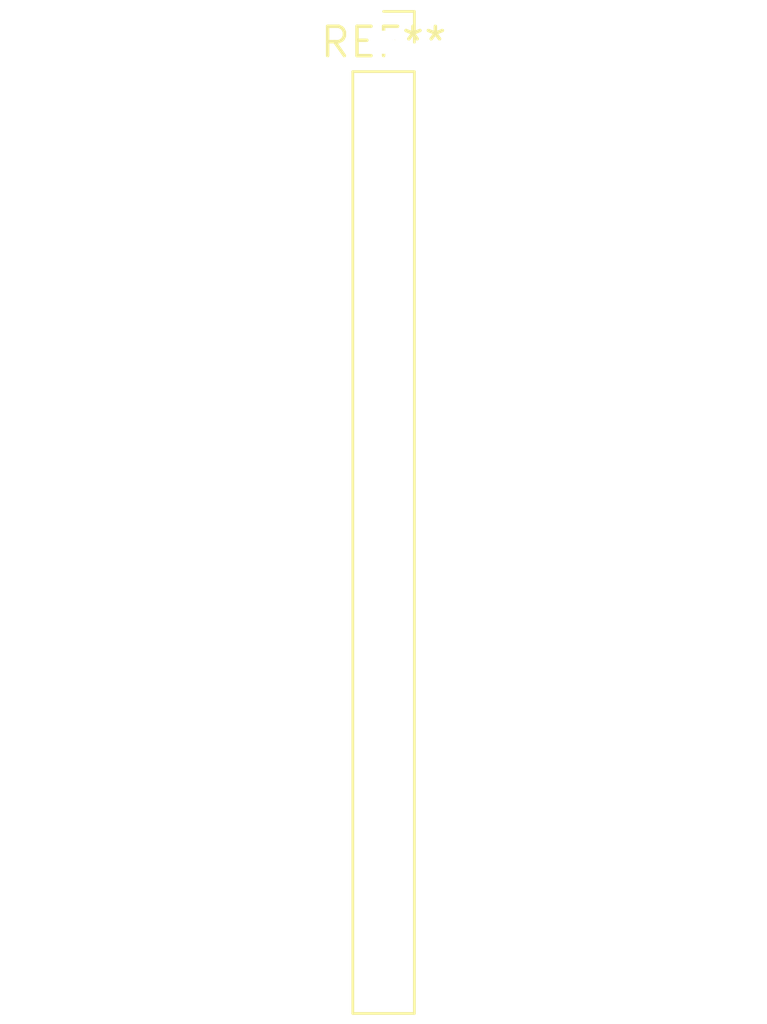
<source format=kicad_pcb>
(kicad_pcb (version 20240108) (generator pcbnew)
  (layers (0 "F.Cu" signal) (31 "B.Cu" signal) (34 "B.Paste" user) (35 "F.Paste" user) (36 "B.SilkS" user "B.Silkscreen") (37 "F.SilkS" user "F.Silkscreen") (38 "B.Mask" user) (39 "F.Mask" user) (44 "Edge.Cuts" user))
  (net 0 "")
  (footprint "PinSocket_1x17_P2.54mm_Vertical" (layer "F.Cu") (at 0 0)
    (property "Reference" "REF**")
    (property "Value" "PinSocket_1x17_P2.54mm_Vertical")
    (fp_line (start -1.33 1.27) (end -1.33 41.97) (layer "F.SilkS") (stroke (width 0.12)))
    (fp_line (start -1.33 1.27) (end 1.33 1.27) (layer "F.SilkS") (stroke (width 0.12)))
    (fp_line (start -1.33 41.97) (end 1.33 41.97) (layer "F.SilkS") (stroke (width 0.12)))
    (fp_line (start 0 -1.33) (end 1.33 -1.33) (layer "F.SilkS") (stroke (width 0.12)))
    (fp_line (start 1.33 -1.33) (end 1.33 0) (layer "F.SilkS") (stroke (width 0.12)))
    (fp_line (start 1.33 1.27) (end 1.33 41.97) (layer "F.SilkS") (stroke (width 0.12)))
    (pad "1" thru_hole rect (at 0 0) (size 1.7 1.7) (drill 1) (layers *.Cu *.Mask) (remove_unused_layers))
    (pad "2" thru_hole oval (at 0 2.54) (size 1.7 1.7) (drill 1) (layers *.Cu *.Mask) (remove_unused_layers))
    (pad "3" thru_hole oval (at 0 5.08) (size 1.7 1.7) (drill 1) (layers *.Cu *.Mask) (remove_unused_layers))
    (pad "4" thru_hole oval (at 0 7.62) (size 1.7 1.7) (drill 1) (layers *.Cu *.Mask) (remove_unused_layers))
    (pad "5" thru_hole oval (at 0 10.16) (size 1.7 1.7) (drill 1) (layers *.Cu *.Mask) (remove_unused_layers))
    (pad "6" thru_hole oval (at 0 12.7) (size 1.7 1.7) (drill 1) (layers *.Cu *.Mask) (remove_unused_layers))
    (pad "7" thru_hole oval (at 0 15.24) (size 1.7 1.7) (drill 1) (layers *.Cu *.Mask) (remove_unused_layers))
    (pad "8" thru_hole oval (at 0 17.78) (size 1.7 1.7) (drill 1) (layers *.Cu *.Mask) (remove_unused_layers))
    (pad "9" thru_hole oval (at 0 20.32) (size 1.7 1.7) (drill 1) (layers *.Cu *.Mask) (remove_unused_layers))
    (pad "10" thru_hole oval (at 0 22.86) (size 1.7 1.7) (drill 1) (layers *.Cu *.Mask) (remove_unused_layers))
    (pad "11" thru_hole oval (at 0 25.4) (size 1.7 1.7) (drill 1) (layers *.Cu *.Mask) (remove_unused_layers))
    (pad "12" thru_hole oval (at 0 27.94) (size 1.7 1.7) (drill 1) (layers *.Cu *.Mask) (remove_unused_layers))
    (pad "13" thru_hole oval (at 0 30.48) (size 1.7 1.7) (drill 1) (layers *.Cu *.Mask) (remove_unused_layers))
    (pad "14" thru_hole oval (at 0 33.02) (size 1.7 1.7) (drill 1) (layers *.Cu *.Mask) (remove_unused_layers))
    (pad "15" thru_hole oval (at 0 35.56) (size 1.7 1.7) (drill 1) (layers *.Cu *.Mask) (remove_unused_layers))
    (pad "16" thru_hole oval (at 0 38.1) (size 1.7 1.7) (drill 1) (layers *.Cu *.Mask) (remove_unused_layers))
    (pad "17" thru_hole oval (at 0 40.64) (size 1.7 1.7) (drill 1) (layers *.Cu *.Mask) (remove_unused_layers))
  )
)
</source>
